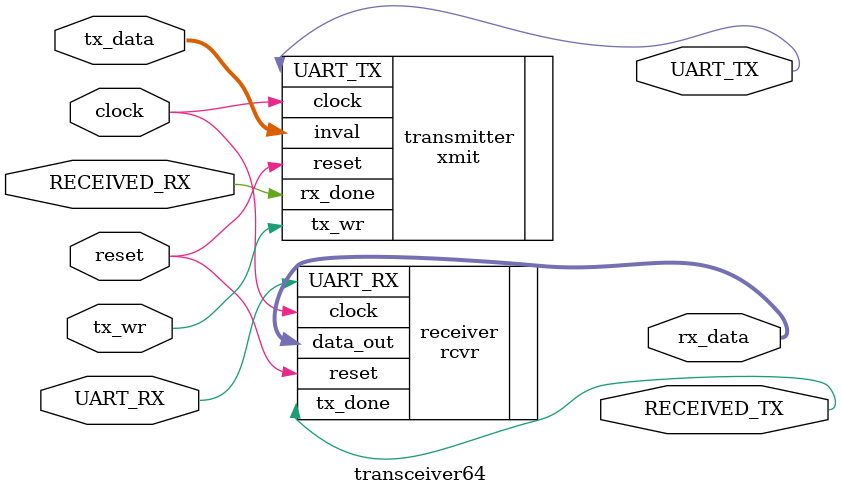
<source format=v>
`timescale 1ns / 1ps
module transceiver64(
    output UART_TX,
    output RECEIVED_TX,
	 input RECEIVED_RX,
    input UART_RX,
    input reset,
    input clock,
	 input tx_wr,
    output [127:0] rx_data,
    input [127:0] tx_data
    );
	 
	xmit transmitter (
	.clock(clock), 
	.reset(reset), 
	.inval(tx_data), 
	.tx_wr(tx_wr), 
	.rx_done(RECEIVED_RX), 
	.UART_TX(UART_TX)
	);
	

	rcvr receiver (
	.clock(clock), 
	.reset(reset), 
	.UART_RX(UART_RX), 
	.tx_done(RECEIVED_TX), 
	.data_out(rx_data)
	);

endmodule

</source>
